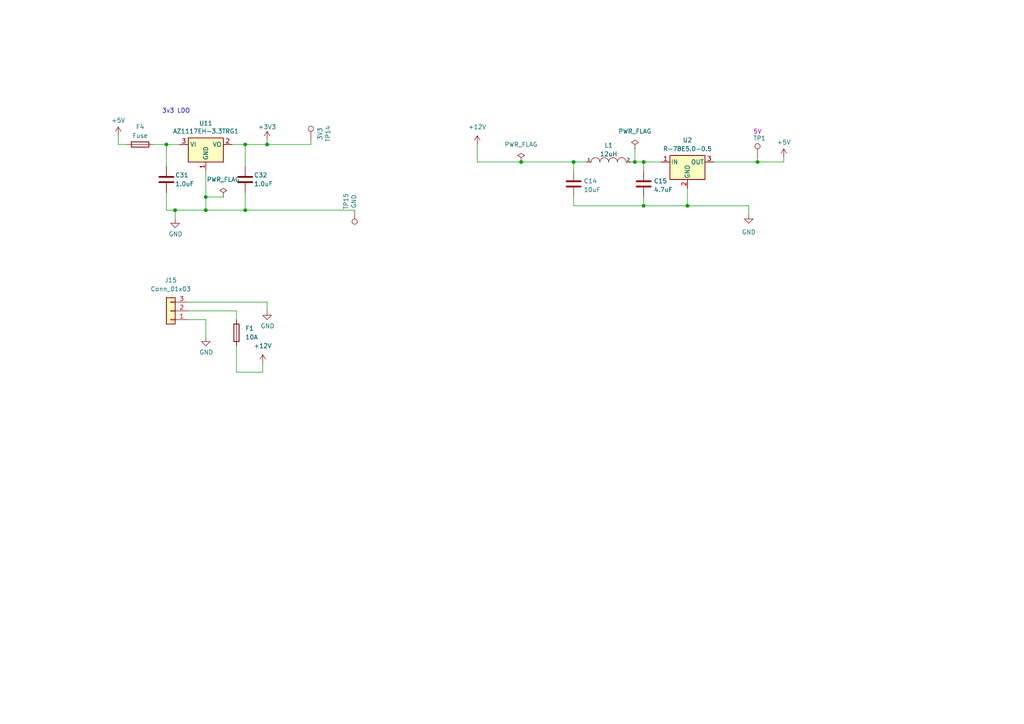
<source format=kicad_sch>
(kicad_sch (version 20250114) (generator "eeschema") (generator_version "9.0")
  (paper "A4")
  (lib_symbols
    (symbol "Connector:TestPoint" (pin_numbers (hide yes)) (pin_names (offset 0.762) (hide yes))
      (property "Reference" "TP" (at 0 6.858 0))
      (property "Value" "TestPoint" (at 0 5.08 0))
      (symbol "TestPoint_0_1"
        (circle (center 0 3.302) (radius 0.762))
      )
      (symbol "TestPoint_1_1"
        (pin passive line (at 0 0 90) (length 2.54) (name "1") (number "1"))
      )
    )
    (symbol "Connector_Generic:Conn_01x03" (pin_names (offset 1.016) (hide yes))
      (property "Reference" "J" (at 0 5.08 0))
      (property "Value" "Conn_01x03" (at 0 -5.08 0))
      (symbol "Conn_01x03_1_1"
        (rectangle (start -1.27 3.81) (end 1.27 -3.81) (stroke (width 0.254)) (fill (type background)))
        (rectangle (start -1.27 2.667) (end 0 2.413) (stroke (width 0.1524)))
        (rectangle (start -1.27 0.127) (end 0 -0.127) (stroke (width 0.1524)))
        (rectangle (start -1.27 -2.413) (end 0 -2.667) (stroke (width 0.1524)))
        (pin passive line (at -5.08 2.54 0) (length 3.81) (name "Pin_1") (number "1"))
        (pin passive line (at -5.08 0 0) (length 3.81) (name "Pin_2") (number "2"))
        (pin passive line (at -5.08 -2.54 0) (length 3.81) (name "Pin_3") (number "3"))
      )
    )
    (symbol "Device:C" (pin_numbers (hide yes)) (pin_names (offset 0.254))
      (property "Reference" "C" (at 0.635 2.54 0))
      (property "Value" "C" (at 0.635 -2.54 0))
      (symbol "C_0_1"
        (polyline (pts (xy -2.032 0.762) (xy 2.032 0.762)) (stroke (width 0.508)))
        (polyline (pts (xy -2.032 -0.762) (xy 2.032 -0.762)) (stroke (width 0.508)))
      )
      (symbol "C_1_1"
        (pin passive line (at 0 3.81 270) (length 2.794) (name "~") (number "1"))
        (pin passive line (at 0 -3.81 90) (length 2.794) (name "~") (number "2"))
      )
    )
    (symbol "Device:Fuse" (pin_numbers (hide yes)) (pin_names (offset 0))
      (property "Reference" "F" (at 2.032 0 90))
      (property "Value" "Fuse" (at -1.905 0 90))
      (symbol "Fuse_0_1"
        (rectangle (start -0.762 -2.54) (end 0.762 2.54) (stroke (width 0.254)))
        (polyline (pts (xy 0 2.54) (xy 0 -2.54)))
      )
      (symbol "Fuse_1_1"
        (pin passive line (at 0 3.81 270) (length 1.27) (name "~") (number "1"))
        (pin passive line (at 0 -3.81 90) (length 1.27) (name "~") (number "2"))
      )
    )
    (symbol "Regulator_Linear:AP1117-25"
      (property "Reference" "U" (at -3.81 3.175 0))
      (property "Value" "AP1117-25" (at 0 3.175 0))
      (symbol "AP1117-25_0_1"
        (rectangle (start -5.08 -5.08) (end 5.08 1.905) (stroke (width 0.254)) (fill (type background)))
      )
      (symbol "AP1117-25_1_1"
        (pin power_in line (at -7.62 0 0) (length 2.54) (name "VI") (number "3"))
        (pin power_in line (at 0 -7.62 90) (length 2.54) (name "GND") (number "1"))
        (pin power_out line (at 7.62 0 180) (length 2.54) (name "VO") (number "2"))
      )
    )
    (symbol "Regulator_Switching:R-78E5.0-0.5" (pin_names (offset 0.254))
      (property "Reference" "U" (at -3.81 3.175 0))
      (property "Value" "R-78E5.0-0.5" (at 0 3.175 0))
      (symbol "R-78E5.0-0.5_0_1"
        (rectangle (start -5.08 1.905) (end 5.08 -5.08) (stroke (width 0.254)) (fill (type background)))
      )
      (symbol "R-78E5.0-0.5_1_1"
        (pin power_in line (at -7.62 0 0) (length 2.54) (name "IN") (number "1"))
        (pin power_in line (at 0 -7.62 90) (length 2.54) (name "GND") (number "2"))
        (pin power_out line (at 7.62 0 180) (length 2.54) (name "OUT") (number "3"))
      )
    )
    (symbol "device:C" (pin_numbers (hide yes)) (pin_names (offset 0.254))
      (property "Reference" "C" (at 0.635 2.54 0))
      (property "Value" "C" (at 0.635 -2.54 0))
      (symbol "C_0_1"
        (polyline (pts (xy -2.032 0.762) (xy 2.032 0.762)) (stroke (width 0.508)))
        (polyline (pts (xy -2.032 -0.762) (xy 2.032 -0.762)) (stroke (width 0.508)))
      )
      (symbol "C_1_1"
        (pin passive line (at 0 3.81 270) (length 2.794) (name "~") (number "1"))
        (pin passive line (at 0 -3.81 90) (length 2.794) (name "~") (number "2"))
      )
    )
    (symbol "power:+12V" (power) (pin_names (offset 0))
      (property "Value" "+12V" (at 0 3.556 0))
      (symbol "+12V_0_1"
        (polyline (pts (xy -0.762 1.27) (xy 0 2.54)))
        (polyline (pts (xy 0 2.54) (xy 0.762 1.27)))
        (polyline (pts (xy 0 0) (xy 0 2.54)))
      )
      (symbol "+12V_1_1"
        (pin power_in line (at 0 0 90) (length 0) (hide yes) (name "+12V") (number "1"))
      )
    )
    (symbol "power:+3V3" (power) (pin_names (offset 0))
      (property "Value" "+3V3" (at 0 3.556 0))
      (symbol "+3V3_0_1"
        (polyline (pts (xy -0.762 1.27) (xy 0 2.54)))
        (polyline (pts (xy 0 2.54) (xy 0.762 1.27)))
        (polyline (pts (xy 0 0) (xy 0 2.54)))
      )
      (symbol "+3V3_1_1"
        (pin power_in line (at 0 0 90) (length 0) (hide yes) (name "+3V3") (number "1"))
      )
    )
    (symbol "power:+5V" (power) (pin_names (offset 0))
      (property "Value" "+5V" (at 0 3.556 0))
      (symbol "+5V_0_1"
        (polyline (pts (xy -0.762 1.27) (xy 0 2.54)))
        (polyline (pts (xy 0 2.54) (xy 0.762 1.27)))
        (polyline (pts (xy 0 0) (xy 0 2.54)))
      )
      (symbol "+5V_1_1"
        (pin power_in line (at 0 0 90) (length 0) (hide yes) (name "+5V") (number "1"))
      )
    )
    (symbol "power:GND" (power) (pin_names (offset 0))
      (property "Value" "GND" (at 0 -3.81 0))
      (symbol "GND_0_1"
        (polyline (pts (xy 0 0) (xy 0 -1.27) (xy 1.27 -1.27) (xy 0 -2.54) (xy -1.27 -1.27) (xy 0 -1.27)))
      )
      (symbol "GND_1_1"
        (pin power_in line (at 0 0 270) (length 0) (hide yes) (name "GND") (number "1"))
      )
    )
    (symbol "power:PWR_FLAG" (power) (pin_numbers (hide yes)) (pin_names (offset 0) (hide yes))
      (property "Value" "PWR_FLAG" (at 0 3.81 0))
      (symbol "PWR_FLAG_0_0"
        (pin power_out line (at 0 0 90) (length 0) (name "pwr") (number "1"))
      )
      (symbol "PWR_FLAG_0_1"
        (polyline (pts (xy 0 0) (xy 0 1.27) (xy -1.016 1.905) (xy 0 2.54) (xy 1.016 1.905) (xy 0 1.27)))
      )
    )
    (symbol "pspice:INDUCTOR" (pin_numbers (hide yes)) (pin_names (offset 0))
      (property "Reference" "L" (at 0 2.54 0))
      (property "Value" "INDUCTOR" (at 0 -1.27 0))
      (symbol "INDUCTOR_0_1"
        (arc (start -5.08 0) (mid -3.81 1.2645) (end -2.54 0))
        (arc (start -2.54 0) (mid -1.27 1.2645) (end 0 0))
        (arc (start 0 0) (mid 1.27 1.2645) (end 2.54 0))
        (arc (start 2.54 0) (mid 3.81 1.2645) (end 5.08 0))
      )
      (symbol "INDUCTOR_1_1"
        (pin input line (at -6.35 0 0) (length 1.27) (name "1") (number "1"))
        (pin input line (at 6.35 0 180) (length 1.27) (name "2") (number "2"))
      )
    )
  )
  (text "3v3 LDO" (at 46.99 33.02 0) (effects (font (size 1.27 1.27)) (justify left bottom)))
  (junction (at 186.69 46.99))
  (junction (at 59.69 60.96))
  (junction (at 151.13 46.99))
  (junction (at 219.71 46.99))
  (junction (at 48.26 41.91))
  (junction (at 166.37 46.99))
  (junction (at 50.8 60.96))
  (junction (at 77.47 41.91))
  (junction (at 186.69 59.69))
  (junction (at 59.69 57.15))
  (junction (at 184.15 46.99))
  (junction (at 71.12 41.91))
  (junction (at 71.12 60.96))
  (junction (at 199.39 59.69))
  (wire (pts (xy 219.71 46.99) (xy 227.33 46.99)))
  (wire (pts (xy 48.26 41.91) (xy 52.07 41.91)))
  (wire (pts (xy 48.26 60.96) (xy 50.8 60.96)))
  (wire (pts (xy 67.31 41.91) (xy 71.12 41.91)))
  (wire (pts (xy 186.69 46.99) (xy 191.77 46.99)))
  (wire (pts (xy 184.15 43.18) (xy 184.15 46.99)))
  (wire (pts (xy 34.29 41.91) (xy 34.29 39.37)))
  (wire (pts (xy 77.47 90.17) (xy 77.47 87.63)))
  (wire (pts (xy 71.12 60.96) (xy 102.87 60.96)))
  (wire (pts (xy 166.37 46.99) (xy 166.37 49.53)))
  (wire (pts (xy 199.39 54.61) (xy 199.39 59.69)))
  (wire (pts (xy 48.26 55.88) (xy 48.26 60.96)))
  (wire (pts (xy 68.58 107.95) (xy 76.2 107.95)))
  (wire (pts (xy 77.47 41.91) (xy 77.47 40.64)))
  (wire (pts (xy 48.26 41.91) (xy 48.26 48.26)))
  (wire (pts (xy 166.37 46.99) (xy 170.18 46.99)))
  (wire (pts (xy 199.39 59.69) (xy 217.17 59.69)))
  (wire (pts (xy 59.69 60.96) (xy 71.12 60.96)))
  (wire (pts (xy 44.45 41.91) (xy 48.26 41.91)))
  (wire (pts (xy 77.47 41.91) (xy 90.17 41.91)))
  (wire (pts (xy 138.43 41.91) (xy 138.43 46.99)))
  (wire (pts (xy 54.61 92.71) (xy 59.69 92.71)))
  (wire (pts (xy 71.12 55.88) (xy 71.12 60.96)))
  (wire (pts (xy 68.58 90.17) (xy 54.61 90.17)))
  (wire (pts (xy 184.15 46.99) (xy 186.69 46.99)))
  (wire (pts (xy 59.69 49.53) (xy 59.69 57.15)))
  (wire (pts (xy 227.33 45.72) (xy 227.33 46.99)))
  (wire (pts (xy 207.01 46.99) (xy 219.71 46.99)))
  (wire (pts (xy 151.13 46.99) (xy 166.37 46.99)))
  (wire (pts (xy 50.8 60.96) (xy 59.69 60.96)))
  (wire (pts (xy 182.88 46.99) (xy 184.15 46.99)))
  (wire (pts (xy 166.37 57.15) (xy 166.37 59.69)))
  (wire (pts (xy 186.69 59.69) (xy 199.39 59.69)))
  (wire (pts (xy 186.69 57.15) (xy 186.69 59.69)))
  (wire (pts (xy 34.29 41.91) (xy 36.83 41.91)))
  (wire (pts (xy 138.43 46.99) (xy 151.13 46.99)))
  (wire (pts (xy 59.69 92.71) (xy 59.69 97.79)))
  (wire (pts (xy 217.17 59.69) (xy 217.17 62.23)))
  (wire (pts (xy 186.69 46.99) (xy 186.69 49.53)))
  (wire (pts (xy 71.12 41.91) (xy 77.47 41.91)))
  (wire (pts (xy 50.8 63.5) (xy 50.8 60.96)))
  (wire (pts (xy 59.69 57.15) (xy 59.69 60.96)))
  (wire (pts (xy 77.47 87.63) (xy 54.61 87.63)))
  (wire (pts (xy 68.58 107.95) (xy 68.58 100.33)))
  (wire (pts (xy 76.2 105.41) (xy 76.2 107.95)))
  (wire (pts (xy 166.37 59.69) (xy 186.69 59.69)))
  (wire (pts (xy 59.69 57.15) (xy 64.77 57.15)))
  (wire (pts (xy 68.58 92.71) (xy 68.58 90.17)))
  (wire (pts (xy 71.12 48.26) (xy 71.12 41.91)))
  (wire (pts (xy 219.71 45.72) (xy 219.71 46.99)))
  (wire (pts (xy 90.17 41.91) (xy 90.17 40.64)))
  (symbol (lib_id "Device:Fuse") (at 40.64 41.91 90) (unit 1)
    (property "Reference" "F4" (at 40.64 36.83 90))
    (property "Value" "Fuse" (at 40.64 39.37 90))
    (property "Footprint" "Fuse:Fuse_0603_1608Metric" (effects (hide yes)))
  )
  (symbol (lib_id "power:GND") (at 77.47 90.17 0) (unit 1)
    (property "Reference" "#PWR041" (effects (hide yes)))
    (property "Value" "GND" (at 77.597 94.5642 0))
    (instances (project "CANalyzer_v4.0" (path "" (reference "#PWR048") (unit 1))) (project "WaterBlasterV2" (path "" (reference "#PWR041") (unit 1))) (project "CANalyzer_v3.0" (path "" (reference "#PWR0114") (unit 1))))
  )
  (symbol (lib_id "Regulator_Linear:AP1117-25") (at 59.69 41.91 0) (unit 1)
    (property "Reference" "U1" (at 59.69 35.7632 0))
    (property "Value" "AZ1117EH-3.3TRG1" (at 59.69 38.0746 0))
    (property "Footprint" "Package_TO_SOT_SMD:SOT-223-3_TabPin2" (effects (hide yes)))
    (property "Datasheet" "http://www.diodes.com/datasheets/AP1117.pdf" (effects (hide yes)))
    (property "MPN" "AZ1117EH-3.3TRG1" (effects (hide yes)))
    (instances (project "CANalyzer_v4.0" (path "" (reference "U11") (unit 1))) (project "WaterBlasterV2" (path "" (reference "U1") (unit 1))) (project "CANalyzer_v3.0" (path "" (reference "U6") (unit 1))))
  )
  (symbol (lib_id "power:+5V") (at 34.29 39.37 0) (unit 1)
    (property "Reference" "#PWR01" (effects (hide yes)))
    (property "Value" "+5V" (at 34.29 34.925 0))
    (instances (project "CANalyzer_v4.0" (path "" (reference "#PWR030") (unit 1))) (project "WaterBlasterV2" (path "" (reference "#PWR01") (unit 1))))
  )
  (symbol (lib_id "Connector:TestPoint") (at 102.87 60.96 180) (unit 1)
    (property "Reference" "TP2" (at 100.33 58.42 90))
    (property "Value" "GND" (at 102.6414 58.42 90))
    (property "Footprint" "TestPoint:TestPoint_THTPad_D1.0mm_Drill0.5mm" (effects (hide yes)))
    (property "Note" "GND" (effects (hide yes)))
    (property "DNP" "DNP" (effects (hide yes)))
    (instances (project "CANalyzer_v4.0" (path "" (reference "TP15") (unit 1))) (project "WaterBlasterV2" (path "" (reference "TP2") (unit 1))) (project "CANalyzer_v3.0" (path "" (reference "TP16") (unit 1))))
  )
  (symbol (lib_id "pspice:INDUCTOR") (at 176.53 46.99 0) (unit 1)
    (property "Reference" "L1" (at 176.53 42.1472 0))
    (property "Value" "12uH" (at 176.53 44.6841 0))
    (property "Footprint" "Inductor_SMD:L_7.3x7.3_H3.5" (effects (hide yes)))
    (property "MPN" "1231AS-H-120M=P3" (effects (hide yes)))
  )
  (symbol (lib_id "device:C") (at 48.26 52.07 0) (unit 1)
    (property "Reference" "C1" (at 50.8 50.8 0) (effects (justify left)))
    (property "Value" "1.0uF" (at 50.8 53.34 0) (effects (justify left)))
    (property "Footprint" "Capacitor_SMD:C_0603_1608Metric_Pad1.08x0.95mm_HandSolder" (effects (hide yes)))
    (property "Note" "10V X5R 0603" (effects (hide yes)))
    (property "MPN" "CAP CER 1UF 10V X5R 0603" (effects (hide yes)))
    (instances (project "CANalyzer_v4.0" (path "" (reference "C31") (unit 1))) (project "WaterBlasterV2" (path "" (reference "C1") (unit 1))) (project "CANalyzer_v3.0" (path "" (reference "C?") (unit 1)) (path "" (reference "C?") (unit 1)) (path "" (reference "C?") (unit 1)) (path "" (reference "C15") (unit 1))))
  )
  (symbol (lib_id "power:+3V3") (at 77.47 40.64 0) (unit 1)
    (property "Reference" "#PWR03" (effects (hide yes)))
    (property "Value" "+3V3" (at 77.47 36.83 0))
    (instances (project "CANalyzer_v4.0" (path "" (reference "#PWR049") (unit 1))) (project "WaterBlasterV2" (path "" (reference "#PWR03") (unit 1))) (project "CANalyzer_v3.0" (path "" (reference "#PWR?") (unit 1)) (path "" (reference "#PWR?") (unit 1)) (path "" (reference "#PWR?") (unit 1)) (path "" (reference "#PWR0108") (unit 1))))
  )
  (symbol (lib_id "Regulator_Switching:R-78E5.0-0.5") (at 199.39 46.99 0) (unit 1)
    (property "Reference" "U2" (at 199.39 40.64 0))
    (property "Value" "R-78E5.0-0.5" (at 199.39 43.18 0))
    (property "Footprint" "Converter_DCDC:Converter_DCDC_RECOM_R-78E-0.5_THT" (effects (hide yes)))
    (property "Datasheet" "https://www.recom-power.com/pdf/Innoline/R-78Exx-0.5.pdf" (effects (hide yes)))
  )
  (symbol (lib_id "Connector_Generic:Conn_01x03") (at 49.53 90.17 180) (unit 1)
    (property "Reference" "J15" (at 49.53 81.28 0))
    (property "Value" "Conn_01x03" (at 49.53 83.82 0))
    (property "Footprint" "Connector_Molex:Molex_Micro-Fit_3.0_43650-0300_1x03_P3.00mm_Horizontal" (effects (hide yes)))
  )
  (symbol (lib_id "power:GND") (at 59.69 97.79 0) (unit 1)
    (property "Reference" "#PWR042" (effects (hide yes)))
    (property "Value" "GND" (at 59.817 102.1842 0))
    (instances (project "CANalyzer_v4.0" (path "" (reference "#PWR048") (unit 1))) (project "WaterBlasterV2" (path "" (reference "#PWR042") (unit 1))) (project "CANalyzer_v3.0" (path "" (reference "#PWR0114") (unit 1))))
  )
  (symbol (lib_id "power:PWR_FLAG") (at 184.15 43.18 0) (unit 1)
    (property "Reference" "#FLG01" (effects (hide yes)))
    (property "Value" "PWR_FLAG" (at 184.15 38.1 0))
    (instances (project "CANalyzer_v4.0" (path "" (reference "#FLG02") (unit 1))) (project "WaterBlasterV2" (path "" (reference "#FLG01") (unit 1))))
  )
  (symbol (lib_id "Device:C") (at 166.37 53.34 0) (unit 1)
    (property "Reference" "C3" (at 169.291 52.5053 0) (effects (justify left)))
    (property "Value" "10uF" (at 169.291 55.0422 0) (effects (justify left)))
    (property "Footprint" "Capacitor_SMD:C_0603_1608Metric_Pad1.08x0.95mm_HandSolder" (effects (hide yes)))
    (property "MPN" "CAP CER 10UF 100V X5R 0603" (effects (hide yes)))
    (instances (project "CANalyzer_v4.0" (path "" (reference "C14") (unit 1))) (project "WaterBlasterV2" (path "" (reference "C3") (unit 1))))
  )
  (symbol (lib_id "power:GND") (at 217.17 62.23 0) (unit 1)
    (property "Reference" "#PWR05" (effects (hide yes)))
    (property "Value" "GND" (at 217.17 67.31 0))
    (instances (project "CANalyzer_v4.0" (path "" (reference "#PWR029") (unit 1))) (project "WaterBlasterV2" (path "" (reference "#PWR05") (unit 1))))
  )
  (symbol (lib_id "Device:C") (at 186.69 53.34 0) (unit 1)
    (property "Reference" "C4" (at 189.611 52.5053 0) (effects (justify left)))
    (property "Value" "4.7uF" (at 189.611 55.0422 0) (effects (justify left)))
    (property "Footprint" "Capacitor_SMD:C_0603_1608Metric_Pad1.08x0.95mm_HandSolder" (effects (hide yes)))
    (property "MPN" "CAP CER 4.7UF 50V X5R 0603" (effects (hide yes)))
    (instances (project "CANalyzer_v4.0" (path "" (reference "C15") (unit 1))) (project "WaterBlasterV2" (path "" (reference "C4") (unit 1))))
  )
  (symbol (lib_id "power:PWR_FLAG") (at 151.13 46.99 0) (unit 1)
    (property "Reference" "#FLG03" (effects (hide yes)))
    (property "Value" "PWR_FLAG" (at 151.13 41.91 0))
  )
  (symbol (lib_id "power:PWR_FLAG") (at 64.77 57.15 0) (unit 1)
    (property "Reference" "#FLG02" (effects (hide yes)))
    (property "Value" "PWR_FLAG" (at 64.77 52.07 0))
  )
  (symbol (lib_id "Connector:TestPoint") (at 90.17 40.64 0) (unit 1)
    (property "Reference" "TP1" (at 95.123 38.8112 90))
    (property "Value" "3V3" (at 92.8116 38.8112 90))
    (property "Footprint" "TestPoint:TestPoint_THTPad_D1.0mm_Drill0.5mm" (effects (hide yes)))
    (property "Note" "3V" (effects (hide yes)))
    (property "DNP" "DNP" (effects (hide yes)))
    (instances (project "CANalyzer_v4.0" (path "" (reference "TP14") (unit 1))) (project "WaterBlasterV2" (path "" (reference "TP1") (unit 1))) (project "CANalyzer_v3.0" (path "" (reference "TP15") (unit 1))))
  )
  (symbol (lib_id "Connector:TestPoint") (at 219.71 45.72 0) (unit 1)
    (property "Reference" "TP3" (at 218.44 39.37 0) (effects (justify left top)))
    (property "Value" "5v Protected" (effects (hide yes)))
    (property "Footprint" "TestPoint:TestPoint_THTPad_D1.0mm_Drill0.5mm" (effects (hide yes)))
    (property "Note" "5V" (at 219.71 38.1 0))
    (instances (project "CANalyzer_v4.0" (path "" (reference "TP1") (unit 1))) (project "WaterBlasterV2" (path "" (reference "TP3") (unit 1))))
  )
  (symbol (lib_id "device:C") (at 71.12 52.07 0) (unit 1)
    (property "Reference" "C2" (at 73.66 50.8 0) (effects (justify left)))
    (property "Value" "1.0uF" (at 73.66 53.34 0) (effects (justify left)))
    (property "Footprint" "Capacitor_SMD:C_0603_1608Metric_Pad1.08x0.95mm_HandSolder" (effects (hide yes)))
    (property "Note" "10V X5R 0603 20%" (effects (hide yes)))
    (property "MPN" "CAP CER 1UF 10V X5R 0603" (effects (hide yes)))
    (instances (project "CANalyzer_v4.0" (path "" (reference "C32") (unit 1))) (project "WaterBlasterV2" (path "" (reference "C2") (unit 1))) (project "CANalyzer_v3.0" (path "" (reference "C?") (unit 1)) (path "" (reference "C?") (unit 1)) (path "" (reference "C?") (unit 1)) (path "" (reference "C17") (unit 1))))
  )
  (symbol (lib_id "power:+12V") (at 138.43 41.91 0) (unit 1)
    (property "Reference" "#PWR04" (effects (hide yes)))
    (property "Value" "+12V" (at 138.43 36.83 0))
  )
  (symbol (lib_id "power:GND") (at 50.8 63.5 0) (unit 1)
    (property "Reference" "#PWR02" (effects (hide yes)))
    (property "Value" "GND" (at 50.927 67.8942 0))
    (instances (project "CANalyzer_v4.0" (path "" (reference "#PWR048") (unit 1))) (project "WaterBlasterV2" (path "" (reference "#PWR02") (unit 1))) (project "CANalyzer_v3.0" (path "" (reference "#PWR0114") (unit 1))))
  )
  (symbol (lib_id "Device:Fuse") (at 68.58 96.52 0) (unit 1)
    (property "Reference" "F1" (at 71.12 95.25 0) (effects (justify left)))
    (property "Value" "10A" (at 71.12 97.79 0) (effects (justify left)))
    (property "Footprint" "Fuse:Fuse_1206_3216Metric" (effects (hide yes)))
  )
  (symbol (lib_id "power:+12V") (at 76.2 105.41 0) (unit 1)
    (property "Reference" "#PWR043" (effects (hide yes)))
    (property "Value" "+12V" (at 76.2 100.33 0))
  )
  (symbol (lib_id "power:+5V") (at 227.33 45.72 0) (unit 1)
    (property "Reference" "#PWR06" (effects (hide yes)))
    (property "Value" "+5V" (at 227.33 41.275 0))
    (instances (project "CANalyzer_v4.0" (path "" (reference "#PWR030") (unit 1))) (project "WaterBlasterV2" (path "" (reference "#PWR06") (unit 1))))
  )
)
</source>
